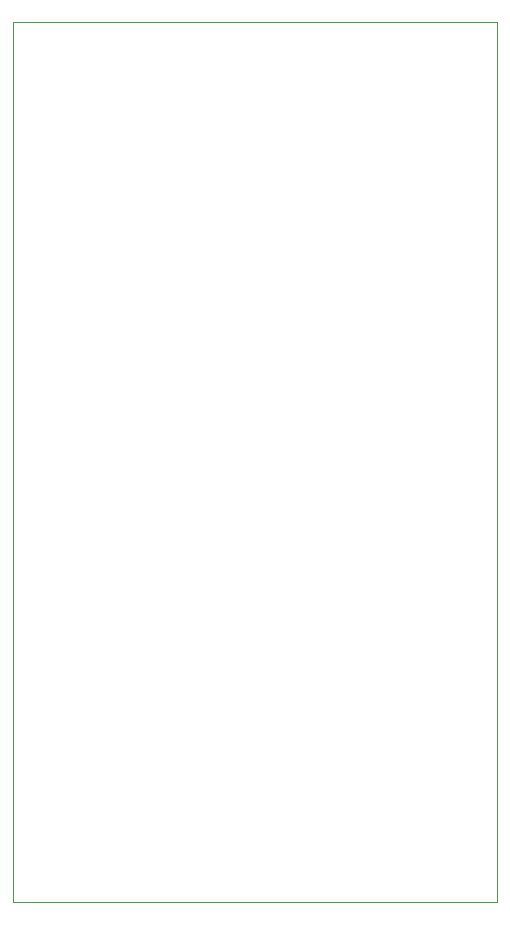
<source format=gbr>
%TF.GenerationSoftware,KiCad,Pcbnew,8.0.2*%
%TF.CreationDate,2024-10-12T15:01:18+02:00*%
%TF.ProjectId,OS-servoDriver,4f532d73-6572-4766-9f44-72697665722e,rev?*%
%TF.SameCoordinates,Original*%
%TF.FileFunction,Profile,NP*%
%FSLAX46Y46*%
G04 Gerber Fmt 4.6, Leading zero omitted, Abs format (unit mm)*
G04 Created by KiCad (PCBNEW 8.0.2) date 2024-10-12 15:01:18*
%MOMM*%
%LPD*%
G01*
G04 APERTURE LIST*
%TA.AperFunction,Profile*%
%ADD10C,0.100000*%
%TD*%
G04 APERTURE END LIST*
D10*
X100500000Y-101500000D02*
X141500000Y-101500000D01*
X141500000Y-176000000D01*
X100500000Y-176000000D01*
X100500000Y-101500000D01*
M02*

</source>
